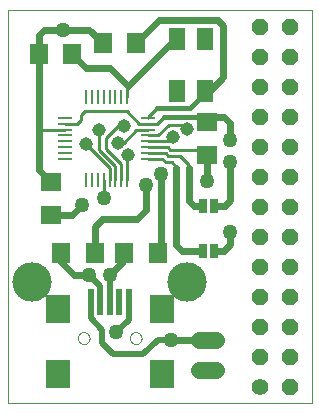
<source format=gtl>
G75*
G70*
%OFA0B0*%
%FSLAX24Y24*%
%IPPOS*%
%LPD*%
%AMOC8*
5,1,8,0,0,1.08239X$1,22.5*
%
%ADD10C,0.0000*%
%ADD11R,0.0551X0.0748*%
%ADD12R,0.0709X0.0630*%
%ADD13R,0.0630X0.0709*%
%ADD14R,0.0630X0.0710*%
%ADD15C,0.0560*%
%ADD16OC8,0.0560*%
%ADD17C,0.0560*%
%ADD18R,0.0250X0.0500*%
%ADD19R,0.0787X0.0945*%
%ADD20R,0.0197X0.0909*%
%ADD21R,0.0450X0.0100*%
%ADD22R,0.0100X0.0450*%
%ADD23C,0.1310*%
%ADD24C,0.0100*%
%ADD25C,0.0500*%
%ADD26C,0.0160*%
%ADD27C,0.0240*%
%ADD28C,0.0200*%
%ADD29C,0.0450*%
D10*
X000180Y000180D02*
X000180Y013300D01*
X010322Y013300D01*
X010322Y000180D01*
X000180Y000180D01*
X002517Y002349D02*
X002519Y002376D01*
X002525Y002403D01*
X002534Y002429D01*
X002547Y002453D01*
X002563Y002476D01*
X002582Y002495D01*
X002604Y002512D01*
X002628Y002526D01*
X002653Y002536D01*
X002680Y002543D01*
X002707Y002546D01*
X002735Y002545D01*
X002762Y002540D01*
X002788Y002532D01*
X002812Y002520D01*
X002835Y002504D01*
X002856Y002486D01*
X002873Y002465D01*
X002888Y002441D01*
X002899Y002416D01*
X002907Y002390D01*
X002911Y002363D01*
X002911Y002335D01*
X002907Y002308D01*
X002899Y002282D01*
X002888Y002257D01*
X002873Y002233D01*
X002856Y002212D01*
X002835Y002194D01*
X002813Y002178D01*
X002788Y002166D01*
X002762Y002158D01*
X002735Y002153D01*
X002707Y002152D01*
X002680Y002155D01*
X002653Y002162D01*
X002628Y002172D01*
X002604Y002186D01*
X002582Y002203D01*
X002563Y002222D01*
X002547Y002245D01*
X002534Y002269D01*
X002525Y002295D01*
X002519Y002322D01*
X002517Y002349D01*
X004249Y002349D02*
X004251Y002376D01*
X004257Y002403D01*
X004266Y002429D01*
X004279Y002453D01*
X004295Y002476D01*
X004314Y002495D01*
X004336Y002512D01*
X004360Y002526D01*
X004385Y002536D01*
X004412Y002543D01*
X004439Y002546D01*
X004467Y002545D01*
X004494Y002540D01*
X004520Y002532D01*
X004544Y002520D01*
X004567Y002504D01*
X004588Y002486D01*
X004605Y002465D01*
X004620Y002441D01*
X004631Y002416D01*
X004639Y002390D01*
X004643Y002363D01*
X004643Y002335D01*
X004639Y002308D01*
X004631Y002282D01*
X004620Y002257D01*
X004605Y002233D01*
X004588Y002212D01*
X004567Y002194D01*
X004545Y002178D01*
X004520Y002166D01*
X004494Y002158D01*
X004467Y002153D01*
X004439Y002152D01*
X004412Y002155D01*
X004385Y002162D01*
X004360Y002172D01*
X004336Y002186D01*
X004314Y002203D01*
X004295Y002222D01*
X004279Y002245D01*
X004266Y002269D01*
X004257Y002295D01*
X004251Y002322D01*
X004249Y002349D01*
D11*
X005820Y010589D03*
X006765Y010589D03*
X006765Y012321D03*
X005820Y012321D03*
D12*
X006830Y009556D03*
X006830Y008454D03*
X001625Y007550D03*
X001625Y006448D03*
D13*
X001229Y011805D03*
X002331Y011805D03*
X003354Y012180D03*
X004456Y012180D03*
D14*
X004070Y005180D03*
X003090Y005180D03*
X001970Y005180D03*
X005190Y005180D03*
D15*
X008580Y000730D03*
D16*
X008580Y001730D03*
X008580Y002730D03*
X008580Y003730D03*
X008580Y004730D03*
X008580Y005730D03*
X008580Y006730D03*
X008580Y007730D03*
X008580Y008730D03*
X008580Y009730D03*
X008580Y010730D03*
X008580Y011730D03*
X008580Y012730D03*
X009580Y012730D03*
X009580Y011730D03*
X009580Y010730D03*
X009580Y009730D03*
X009580Y008730D03*
X009580Y007730D03*
X009580Y006730D03*
X009580Y005730D03*
X009580Y004730D03*
X009580Y003730D03*
X009580Y002730D03*
X009580Y001730D03*
X009580Y000730D03*
D17*
X007135Y001280D02*
X006575Y001280D01*
X006575Y002280D02*
X007135Y002280D01*
D18*
X007045Y005268D03*
X006690Y005268D03*
X006690Y006755D03*
X007045Y006755D03*
D19*
X005312Y003333D03*
X005312Y001168D03*
X001848Y001168D03*
X001848Y003333D03*
D20*
X002950Y003555D03*
X003265Y003555D03*
X003580Y003555D03*
X003895Y003555D03*
X004210Y003555D03*
D21*
X004858Y008316D03*
X004858Y008513D03*
X004858Y008710D03*
X004858Y008907D03*
X004858Y009103D03*
X004858Y009300D03*
X004858Y009497D03*
X004858Y009694D03*
X002102Y009694D03*
X002102Y009497D03*
X002102Y009300D03*
X002102Y009103D03*
X002102Y008907D03*
X002102Y008710D03*
X002102Y008513D03*
X002102Y008316D03*
D22*
X002791Y007627D03*
X002988Y007627D03*
X003185Y007627D03*
X003382Y007627D03*
X003578Y007627D03*
X003775Y007627D03*
X003972Y007627D03*
X004169Y007627D03*
X004169Y010383D03*
X003972Y010383D03*
X003775Y010383D03*
X003578Y010383D03*
X003382Y010383D03*
X003185Y010383D03*
X002988Y010383D03*
X002791Y010383D03*
D23*
X000995Y004230D03*
X006165Y004230D03*
D24*
X004169Y007627D02*
X004169Y008419D01*
X004205Y008455D01*
X003972Y008163D02*
X003468Y008668D01*
X003468Y009005D01*
X003868Y009405D01*
X004055Y009405D01*
X004475Y009300D02*
X004043Y008868D01*
X003843Y008868D01*
X003230Y008630D02*
X003775Y008085D01*
X003775Y007627D01*
X003578Y007627D02*
X003578Y008007D01*
X002780Y008805D01*
X003230Y008630D02*
X003230Y009280D01*
X002630Y009630D02*
X002630Y009780D01*
X002755Y009905D01*
X004143Y009905D01*
X004550Y009497D01*
X004858Y009497D01*
X005172Y009497D01*
X005406Y009731D01*
X005555Y009455D02*
X006005Y009455D01*
X006155Y009305D01*
X005680Y009043D02*
X005544Y008907D01*
X004858Y008907D01*
X004858Y009103D02*
X005203Y009103D01*
X005555Y009455D01*
X005143Y010018D02*
X004858Y009733D01*
X004858Y009694D01*
X004858Y009300D02*
X004475Y009300D01*
X004858Y008710D02*
X005513Y008710D01*
X005593Y008630D01*
X006680Y008630D01*
X006693Y008643D01*
X006686Y008710D01*
X006830Y008454D01*
X006218Y008130D02*
X006218Y008030D01*
X006218Y008130D02*
X005918Y008430D01*
X005530Y008430D01*
X005447Y008513D01*
X004858Y008513D01*
X004858Y008316D02*
X005331Y008316D01*
X005443Y008205D01*
X005655Y008205D01*
X005805Y008055D01*
X005805Y008005D01*
X003972Y008163D02*
X003972Y007627D01*
X003382Y007619D02*
X003382Y007627D01*
X003382Y007619D02*
X003382Y007619D01*
X003382Y007018D01*
X002102Y009300D02*
X001235Y009300D01*
X002102Y009497D02*
X002497Y009497D01*
X002630Y009630D01*
X004169Y010383D02*
X004169Y010744D01*
X004180Y010755D01*
D25*
X002030Y012630D03*
X005293Y007818D03*
X004780Y007468D03*
X003382Y007018D03*
X002655Y006780D03*
X002905Y004455D03*
X003580Y004455D03*
X003805Y002555D03*
X005630Y002280D03*
X007605Y005880D03*
X006830Y007580D03*
X007605Y008230D03*
X007605Y008955D03*
D26*
X007004Y009730D02*
X006830Y009556D01*
X006731Y009730D01*
X005407Y009730D01*
X005406Y009731D01*
X005143Y010018D02*
X006268Y010018D01*
X006765Y010515D01*
X006765Y010589D01*
X006914Y010589D01*
X005820Y012321D02*
X005746Y012321D01*
X001230Y011806D02*
X001229Y011805D01*
X001030Y011829D01*
X001030Y012080D01*
X001229Y009306D02*
X001235Y009300D01*
X004068Y005340D02*
X004070Y005180D01*
X004070Y004945D01*
X003268Y003980D02*
X003255Y003565D01*
X003265Y003555D01*
X001970Y004890D02*
X001970Y005180D01*
X005190Y005180D02*
X005380Y005180D01*
D27*
X005293Y005283D02*
X005190Y005180D01*
X005293Y005283D02*
X005293Y007818D01*
X005805Y008005D02*
X005805Y005468D01*
X006005Y005268D01*
X006690Y005268D01*
X007045Y005268D02*
X007393Y005268D01*
X007605Y005480D01*
X007605Y005880D01*
X007418Y006755D02*
X007045Y006755D01*
X007418Y006755D02*
X007605Y006943D01*
X007605Y008230D01*
X007605Y008955D02*
X007605Y009505D01*
X007380Y009730D01*
X007004Y009730D01*
X006914Y010589D02*
X007368Y011043D01*
X007368Y012768D01*
X007193Y012943D01*
X005219Y012943D01*
X004456Y012180D01*
X003580Y011355D02*
X002781Y011355D01*
X002331Y011805D01*
X002030Y012630D02*
X001405Y012630D01*
X001230Y012455D01*
X001230Y011806D01*
X001229Y011805D02*
X001229Y009306D01*
X001229Y007946D01*
X001625Y007550D01*
X001625Y006448D02*
X002323Y006448D01*
X002655Y006780D01*
X003330Y006305D02*
X003090Y006065D01*
X003090Y005180D01*
X002905Y004455D02*
X002405Y004455D01*
X001970Y004890D01*
X003330Y006305D02*
X004480Y006305D01*
X004780Y006605D01*
X004780Y007468D01*
X006218Y006918D02*
X006380Y006755D01*
X006690Y006755D01*
X006218Y006918D02*
X006218Y008030D01*
X006830Y008454D02*
X006830Y007580D01*
X004180Y010755D02*
X005746Y012321D01*
X004180Y010755D02*
X003580Y011355D01*
X003354Y012180D02*
X002904Y012630D01*
X002030Y012630D01*
X004070Y004945D02*
X003580Y004455D01*
X005630Y002280D02*
X006855Y002280D01*
D28*
X005630Y002280D02*
X005180Y002280D01*
X004705Y001805D01*
X003705Y001805D01*
X003330Y002180D01*
X003330Y002630D01*
X002950Y003010D01*
X002950Y003555D01*
X003268Y003980D02*
X003268Y004093D01*
X002905Y004455D01*
X002893Y004468D01*
X003580Y004455D02*
X003580Y003555D01*
X004210Y003555D02*
X004210Y002960D01*
X003805Y002555D01*
D29*
X004205Y008455D03*
X003843Y008868D03*
X004055Y009405D03*
X003230Y009280D03*
X002780Y008805D03*
X005680Y009043D03*
X006155Y009305D03*
M02*

</source>
